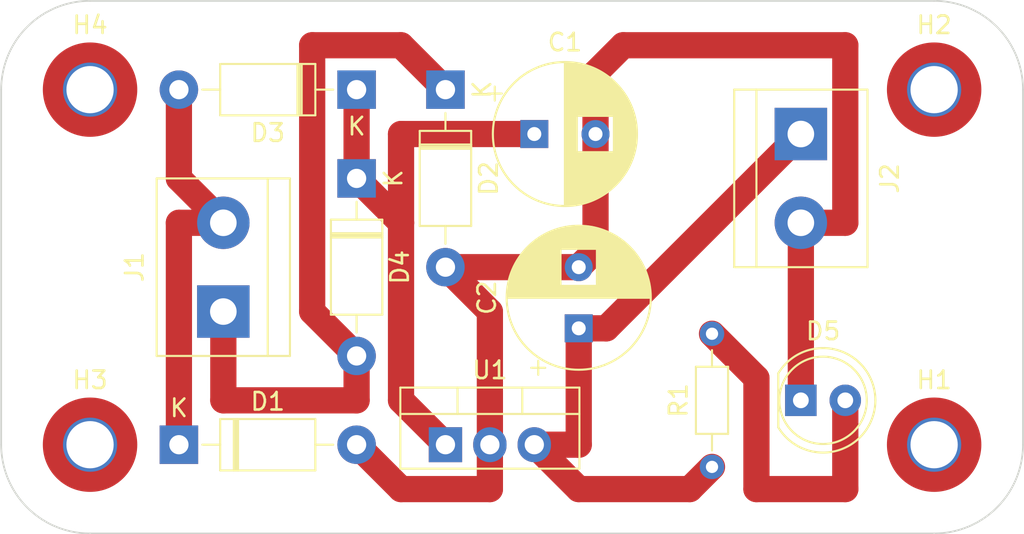
<source format=kicad_pcb>
(kicad_pcb (version 20221018) (generator pcbnew)
  (layers (0 "F.Cu" signal) (31 "B.Cu" signal) (34 "B.Paste" user) (35 "F.Paste" user) (36 "B.SilkS" user "B.Silkscreen") (37 "F.SilkS" user "F.Silkscreen") (38 "B.Mask" user) (39 "F.Mask" user) (44 "Edge.Cuts" user))
  (net 0 "")
  (net 1 "Net-(D3-K)")
  (net 2 "Net-(D1-A)")
  (net 3 "Net-(J2-Pin_1)")
  (net 4 "Net-(D1-K)")
  (net 5 "Net-(D2-K)")
  (net 6 "Net-(D5-A)")
  (footprint "Resistor_THT:R_Axial_DIN0204_L3.6mm_D1.6mm_P7.62mm_Horizontal" (layer "F.Cu") (at 139.7 102.87 90)
    (fp_text reference "R1" (at 3.81 -1.92 90) (layer "F.SilkS"))
    (fp_text value "1k")
    (fp_line (start 0.94 0) (end 1.89 0) (stroke (width 0.12)) (layer "F.SilkS"))
    (fp_line (start 1.89 -0.92) (end 1.89 0.92) (stroke (width 0.12)) (layer "F.SilkS"))
    (fp_line (start 1.89 0.92) (end 5.73 0.92) (stroke (width 0.12)) (layer "F.SilkS"))
    (fp_line (start 5.73 -0.92) (end 1.89 -0.92) (stroke (width 0.12)) (layer "F.SilkS"))
    (fp_line (start 5.73 0.92) (end 5.73 -0.92) (stroke (width 0.12)) (layer "F.SilkS"))
    (fp_line (start 6.68 0) (end 5.73 0) (stroke (width 0.12)) (layer "F.SilkS"))
    (pad "1" thru_hole circle (at 0 0 90) (size 1.4 1.4) (drill 0.7) (layers "*.Cu" "*.Mask") (net 3 "Net-(J2-Pin_1)"))
    (pad "2" thru_hole oval (at 7.62 0 90) (size 1.4 1.4) (drill 0.7) (layers "*.Cu" "*.Mask") (net 6 "Net-(D5-A)"))
  )
  (footprint "Capacitor_THT:CP_Radial_D8.0mm_P3.50mm" (layer "F.Cu") (at 129.54 83.82)
    (fp_text reference "C1" (at 1.75 -5.25) (layer "F.SilkS"))
    (fp_text value "470 uf 25 v")
    (fp_line (start -2.659698 -2.315) (end -1.859698 -2.315) (stroke (width 0.12)) (layer "F.SilkS"))
    (fp_line (start -2.259698 -2.715) (end -2.259698 -1.915) (stroke (width 0.12)) (layer "F.SilkS"))
    (fp_line (start 1.75 -4.08) (end 1.75 4.08) (stroke (width 0.12)) (layer "F.SilkS"))
    (fp_line (start 1.79 -4.08) (end 1.79 4.08) (stroke (width 0.12)) (layer "F.SilkS"))
    (fp_line (start 1.83 -4.08) (end 1.83 4.08) (stroke (width 0.12)) (layer "F.SilkS"))
    (fp_line (start 1.87 -4.079) (end 1.87 4.079) (stroke (width 0.12)) (layer "F.SilkS"))
    (fp_line (start 1.91 -4.077) (end 1.91 4.077) (stroke (width 0.12)) (layer "F.SilkS"))
    (fp_line (start 1.95 -4.076) (end 1.95 4.076) (stroke (width 0.12)) (layer "F.SilkS"))
    (fp_line (start 1.99 -4.074) (end 1.99 4.074) (stroke (width 0.12)) (layer "F.SilkS"))
    (fp_line (start 2.03 -4.071) (end 2.03 4.071) (stroke (width 0.12)) (layer "F.SilkS"))
    (fp_line (start 2.07 -4.068) (end 2.07 4.068) (stroke (width 0.12)) (layer "F.SilkS"))
    (fp_line (start 2.11 -4.065) (end 2.11 4.065) (stroke (width 0.12)) (layer "F.SilkS"))
    (fp_line (start 2.15 -4.061) (end 2.15 4.061) (stroke (width 0.12)) (layer "F.SilkS"))
    (fp_line (start 2.19 -4.057) (end 2.19 4.057) (stroke (width 0.12)) (layer "F.SilkS"))
    (fp_line (start 2.23 -4.052) (end 2.23 4.052) (stroke (width 0.12)) (layer "F.SilkS"))
    (fp_line (start 2.27 -4.048) (end 2.27 4.048) (stroke (width 0.12)) (layer "F.SilkS"))
    (fp_line (start 2.31 -4.042) (end 2.31 4.042) (stroke (width 0.12)) (layer "F.SilkS"))
    (fp_line (start 2.35 -4.037) (end 2.35 4.037) (stroke (width 0.12)) (layer "F.SilkS"))
    (fp_line (start 2.39 -4.03) (end 2.39 4.03) (stroke (width 0.12)) (layer "F.SilkS"))
    (fp_line (start 2.43 -4.024) (end 2.43 4.024) (stroke (width 0.12)) (layer "F.SilkS"))
    (fp_line (start 2.471 -4.017) (end 2.471 -1.04) (stroke (width 0.12)) (layer "F.SilkS"))
    (fp_line (start 2.471 1.04) (end 2.471 4.017) (stroke (width 0.12)) (layer "F.SilkS"))
    (fp_line (start 2.511 -4.01) (end 2.511 -1.04) (stroke (width 0.12)) (layer "F.SilkS"))
    (fp_line (start 2.511 1.04) (end 2.511 4.01) (stroke (width 0.12)) (layer "F.SilkS"))
    (fp_line (start 2.551 -4.002) (end 2.551 -1.04) (stroke (width 0.12)) (layer "F.SilkS"))
    (fp_line (start 2.551 1.04) (end 2.551 4.002) (stroke (width 0.12)) (layer "F.SilkS"))
    (fp_line (start 2.591 -3.994) (end 2.591 -1.04) (stroke (width 0.12)) (layer "F.SilkS"))
    (fp_line (start 2.591 1.04) (end 2.591 3.994) (stroke (width 0.12)) (layer "F.SilkS"))
    (fp_line (start 2.631 -3.985) (end 2.631 -1.04) (stroke (width 0.12)) (layer "F.SilkS"))
    (fp_line (start 2.631 1.04) (end 2.631 3.985) (stroke (width 0.12)) (layer "F.SilkS"))
    (fp_line (start 2.671 -3.976) (end 2.671 -1.04) (stroke (width 0.12)) (layer "F.SilkS"))
    (fp_line (start 2.671 1.04) (end 2.671 3.976) (stroke (width 0.12)) (layer "F.SilkS"))
    (fp_line (start 2.711 -3.967) (end 2.711 -1.04) (stroke (width 0.12)) (layer "F.SilkS"))
    (fp_line (start 2.711 1.04) (end 2.711 3.967) (stroke (width 0.12)) (layer "F.SilkS"))
    (fp_line (start 2.751 -3.957) (end 2.751 -1.04) (stroke (width 0.12)) (layer "F.SilkS"))
    (fp_line (start 2.751 1.04) (end 2.751 3.957) (stroke (width 0.12)) (layer "F.SilkS"))
    (fp_line (start 2.791 -3.947) (end 2.791 -1.04) (stroke (width 0.12)) (layer "F.SilkS"))
    (fp_line (start 2.791 1.04) (end 2.791 3.947) (stroke (width 0.12)) (layer "F.SilkS"))
    (fp_line (start 2.831 -3.936) (end 2.831 -1.04) (stroke (width 0.12)) (layer "F.SilkS"))
    (fp_line (start 2.831 1.04) (end 2.831 3.936) (stroke (width 0.12)) (layer "F.SilkS"))
    (fp_line (start 2.871 -3.925) (end 2.871 -1.04) (stroke (width 0.12)) (layer "F.SilkS"))
    (fp_line (start 2.871 1.04) (end 2.871 3.925) (stroke (width 0.12)) (layer "F.SilkS"))
    (fp_line (start 2.911 -3.914) (end 2.911 -1.04) (stroke (width 0.12)) (layer "F.SilkS"))
    (fp_line (start 2.911 1.04) (end 2.911 3.914) (stroke (width 0.12)) (layer "F.SilkS"))
    (fp_line (start 2.951 -3.902) (end 2.951 -1.04) (stroke (width 0.12)) (layer "F.SilkS"))
    (fp_line (start 2.951 1.04) (end 2.951 3.902) (stroke (width 0.12)) (layer "F.SilkS"))
    (fp_line (start 2.991 -3.889) (end 2.991 -1.04) (stroke (width 0.12)) (layer "F.SilkS"))
    (fp_line (start 2.991 1.04) (end 2.991 3.889) (stroke (width 0.12)) (layer "F.SilkS"))
    (fp_line (start 3.031 -3.877) (end 3.031 -1.04) (stroke (width 0.12)) (layer "F.SilkS"))
    (fp_line (start 3.031 1.04) (end 3.031 3.877) (stroke (width 0.12)) (layer "F.SilkS"))
    (fp_line (start 3.071 -3.863) (end 3.071 -1.04) (stroke (width 0.12)) (layer "F.SilkS"))
    (fp_line (start 3.071 1.04) (end 3.071 3.863) (stroke (width 0.12)) (layer "F.SilkS"))
    (fp_line (start 3.111 -3.85) (end 3.111 -1.04) (stroke (width 0.12)) (layer "F.SilkS"))
    (fp_line (start 3.111 1.04) (end 3.111 3.85) (stroke (width 0.12)) (layer "F.SilkS"))
    (fp_line (start 3.151 -3.835) (end 3.151 -1.04) (stroke (width 0.12)) (layer "F.SilkS"))
    (fp_line (start 3.151 1.04) (end 3.151 3.835) (stroke (width 0.12)) (layer "F.SilkS"))
    (fp_line (start 3.191 -3.821) (end 3.191 -1.04) (stroke (width 0.12)) (layer "F.SilkS"))
    (fp_line (start 3.191 1.04) (end 3.191 3.821) (stroke (width 0.12)) (layer "F.SilkS"))
    (fp_line (start 3.231 -3.805) (end 3.231 -1.04) (stroke (width 0.12)) (layer "F.SilkS"))
    (fp_line (start 3.231 1.04) (end 3.231 3.805) (stroke (width 0.12)) (layer "F.SilkS"))
    (fp_line (start 3.271 -3.79) (end 3.271 -1.04) (stroke (width 0.12)) (layer "F.SilkS"))
    (fp_line (start 3.271 1.04) (end 3.271 3.79) (stroke (width 0.12)) (layer "F.SilkS"))
    (fp_line (start 3.311 -3.774) (end 3.311 -1.04) (stroke (width 0.12)) (layer "F.SilkS"))
    (fp_line (start 3.311 1.04) (end 3.311 3.774) (stroke (width 0.12)) (layer "F.SilkS"))
    (fp_line (start 3.351 -3.757) (end 3.351 -1.04) (stroke (width 0.12)) (layer "F.SilkS"))
    (fp_line (start 3.351 1.04) (end 3.351 3.757) (stroke (width 0.12)) (layer "F.SilkS"))
    (fp_line (start 3.391 -3.74) (end 3.391 -1.04) (stroke (width 0.12)) (layer "F.SilkS"))
    (fp_line (start 3.391 1.04) (end 3.391 3.74) (stroke (width 0.12)) (layer "F.SilkS"))
    (fp_line (start 3.431 -3.722) (end 3.431 -1.04) (stroke (width 0.12)) (layer "F.SilkS"))
    (fp_line (start 3.431 1.04) (end 3.431 3.722) (stroke (width 0.12)) (layer "F.SilkS"))
    (fp_line (start 3.471 -3.704) (end 3.471 -1.04) (stroke (width 0.12)) (layer "F.SilkS"))
    (fp_line (start 3.471 1.04) (end 3.471 3.704) (stroke (width 0.12)) (layer "F.SilkS"))
    (fp_line (start 3.511 -3.686) (end 3.511 -1.04) (stroke (width 0.12)) (layer "F.SilkS"))
    (fp_line (start 3.511 1.04) (end 3.511 3.686) (stroke (width 0.12)) (layer "F.SilkS"))
    (fp_line (start 3.551 -3.666) (end 3.551 -1.04) (stroke (width 0.12)) (layer "F.SilkS"))
    (fp_line (start 3.551 1.04) (end 3.551 3.666) (stroke (width 0.12)) (layer "F.SilkS"))
    (fp_line (start 3.591 -3.647) (end 3.591 -1.04) (stroke (width 0.12)) (layer "F.SilkS"))
    (fp_line (start 3.591 1.04) (end 3.591 3.647) (stroke (width 0.12)) (layer "F.SilkS"))
    (fp_line (start 3.631 -3.627) (end 3.631 -1.04) (stroke (width 0.12)) (layer "F.SilkS"))
    (fp_line (start 3.631 1.04) (end 3.631 3.627) (stroke (width 0.12)) (layer "F.SilkS"))
    (fp_line (start 3.671 -3.606) (end 3.671 -1.04) (stroke (width 0.12)) (layer "F.SilkS"))
    (fp_line (start 3.671 1.04) (end 3.671 3.606) (stroke (width 0.12)) (layer "F.SilkS"))
    (fp_line (start 3.711 -3.584) (end 3.711 -1.04) (stroke (width 0.12)) (layer "F.SilkS"))
    (fp_line (start 3.711 1.04) (end 3.711 3.584) (stroke (width 0.12)) (layer "F.SilkS"))
    (fp_line (start 3.751 -3.562) (end 3.751 -1.04) (stroke (width 0.12)) (layer "F.SilkS"))
    (fp_line (start 3.751 1.04) (end 3.751 3.562) (stroke (width 0.12)) (layer "F.SilkS"))
    (fp_line (start 3.791 -3.54) (end 3.791 -1.04) (stroke (width 0.12)) (layer "F.SilkS"))
    (fp_line (start 3.791 1.04) (end 3.791 3.54) (stroke (width 0.12)) (layer "F.SilkS"))
    (fp_line (start 3.831 -3.517) (end 3.831 -1.04) (stroke (width 0.12)) (layer "F.SilkS"))
    (fp_line (start 3.831 1.04) (end 3.831 3.517) (stroke (width 0.12)) (layer "F.SilkS"))
    (fp_line (start 3.871 -3.493) (end 3.871 -1.04) (stroke (width 0.12)) (layer "F.SilkS"))
    (fp_line (start 3.871 1.04) (end 3.871 3.493) (stroke (width 0.12)) (layer "F.SilkS"))
    (fp_line (start 3.911 -3.469) (end 3.911 -1.04) (stroke (width 0.12)) (layer "F.SilkS"))
    (fp_line (start 3.911 1.04) (end 3.911 3.469) (stroke (width 0.12)) (layer "F.SilkS"))
    (fp_line (start 3.951 -3.444) (end 3.951 -1.04) (stroke (width 0.12)) (layer "F.SilkS"))
    (fp_line (start 3.951 1.04) (end 3.951 3.444) (stroke (width 0.12)) (layer "F.SilkS"))
    (fp_line (start 3.991 -3.418) (end 3.991 -1.04) (stroke (width 0.12)) (layer "F.SilkS"))
    (fp_line (start 3.991 1.04) (end 3.991 3.418) (stroke (width 0.12)) (layer "F.SilkS"))
    (fp_line (start 4.031 -3.392) (end 4.031 -1.04) (stroke (width 0.12)) (layer "F.SilkS"))
    (fp_line (start 4.031 1.04) (end 4.031 3.392) (stroke (width 0.12)) (layer "F.SilkS"))
    (fp_line (start 4.071 -3.365) (end 4.071 -1.04) (stroke (width 0.12)) (layer "F.SilkS"))
    (fp_line (start 4.071 1.04) (end 4.071 3.365) (stroke (width 0.12)) (layer "F.SilkS"))
    (fp_line (start 4.111 -3.338) (end 4.111 -1.04) (stroke (width 0.12)) (layer "F.SilkS"))
    (fp_line (start 4.111 1.04) (end 4.111 3.338) (stroke (width 0.12)) (layer "F.SilkS"))
    (fp_line (start 4.151 -3.309) (end 4.151 -1.04) (stroke (width 0.12)) (layer "F.SilkS"))
    (fp_line (start 4.151 1.04) (end 4.151 3.309) (stroke (width 0.12)) (layer "F.SilkS"))
    (fp_line (start 4.191 -3.28) (end 4.191 -1.04) (stroke (width 0.12)) (layer "F.SilkS"))
    (fp_line (start 4.191 1.04) (end 4.191 3.28) (stroke (width 0.12)) (layer "F.SilkS"))
    (fp_line (start 4.231 -3.25) (end 4.231 -1.04) (stroke (width 0.12)) (layer "F.SilkS"))
    (fp_line (start 4.231 1.04) (end 4.231 3.25) (stroke (width 0.12)) (layer "F.SilkS"))
    (fp_line (start 4.271 -3.22) (end 4.271 -1.04) (stroke (width 0.12)) (layer "F.SilkS"))
    (fp_line (start 4.271 1.04) (end 4.271 3.22) (stroke (width 0.12)) (layer "F.SilkS"))
    (fp_line (start 4.311 -3.189) (end 4.311 -1.04) (stroke (width 0.12)) (layer "F.SilkS"))
    (fp_line (start 4.311 1.04) (end 4.311 3.189) (stroke (width 0.12)) (layer "F.SilkS"))
    (fp_line (start 4.351 -3.156) (end 4.351 -1.04) (stroke (width 0.12)) (layer "F.SilkS"))
    (fp_line (start 4.351 1.04) (end 4.351 3.156) (stroke (width 0.12)) (layer "F.SilkS"))
    (fp_line (start 4.391 -3.124) (end 4.391 -1.04) (stroke (width 0.12)) (layer "F.SilkS"))
    (fp_line (start 4.391 1.04) (end 4.391 3.124) (stroke (width 0.12)) (layer "F.SilkS"))
    (fp_line (start 4.431 -3.09) (end 4.431 -1.04) (stroke (width 0.12)) (layer "F.SilkS"))
    (fp_line (start 4.431 1.04) (end 4.431 3.09) (stroke (width 0.12)) (layer "F.SilkS"))
    (fp_line (start 4.471 -3.055) (end 4.471 -1.04) (stroke (width 0.12)) (layer "F.SilkS"))
    (fp_line (start 4.471 1.04) (end 4.471 3.055) (stroke (width 0.12)) (layer "F.SilkS"))
    (fp_line (start 4.511 -3.019) (end 4.511 -1.04) (stroke (width 0.12)) (layer "F.SilkS"))
    (fp_line (start 4.511 1.04) (end 4.511 3.019) (stroke (width 0.12)) (layer "F.SilkS"))
    (fp_line (start 4.551 -2.983) (end 4.551 2.983) (stroke (width 0.12)) (layer "F.SilkS"))
    (fp_line (start 4.591 -2.945) (end 4.591 2.945) (stroke (width 0.12)) (layer "F.SilkS"))
    (fp_line (start 4.631 -2.907) (end 4.631 2.907) (stroke (width 0.12)) (layer "F.SilkS"))
    (fp_line (start 4.671 -2.867) (end 4.671 2.867) (stroke (width 0.12)) (layer "F.SilkS"))
    (fp_line (start 4.711 -2.826) (end 4.711 2.826) (stroke (width 0.12)) (layer "F.SilkS"))
    (fp_line (start 4.751 -2.784) (end 4.751 2.784) (stroke (width 0.12)) (layer "F.SilkS"))
    (fp_line (start 4.791 -2.741) (end 4.791 2.741) (stroke (width 0.12)) (layer "F.SilkS"))
    (fp_line (start 4.831 -2.697) (end 4.831 2.697) (stroke (width 0.12)) (layer "F.SilkS"))
    (fp_line (start 4.871 -2.651) (end 4.871 2.651) (stroke (width 0.12)) (layer "F.SilkS"))
    (fp_line (start 4.911 -2.604) (end 4.911 2.604) (stroke (width 0.12)) (layer "F.SilkS"))
    (fp_line (start 4.951 -2.556) (end 4.951 2.556) (stroke (width 0.12)) (layer "F.SilkS"))
    (fp_line (start 4.991 -2.505) (end 4.991 2.505) (stroke (width 0.12)) (layer "F.SilkS"))
    (fp_line (start 5.031 -2.454) (end 5.031 2.454) (stroke (width 0.12)) (layer "F.SilkS"))
    (fp_line (start 5.071 -2.4) (end 5.071 2.4) (stroke (width 0.12)) (layer "F.SilkS"))
    (fp_line (start 5.111 -2.345) (end 5.111 2.345) (stroke (width 0.12)) (layer "F.SilkS"))
    (fp_line (start 5.151 -2.287) (end 5.151 2.287) (stroke (width 0.12)) (layer "F.SilkS"))
    (fp_line (start 5.191 -2.228) (end 5.191 2.228) (stroke (width 0.12)) (layer "F.SilkS"))
    (fp_line (start 5.231 -2.166) (end 5.231 2.166) (stroke (width 0.12)) (layer "F.SilkS"))
    (fp_line (start 5.271 -2.102) (end 5.271 2.102) (stroke (width 0.12)) (layer "F.SilkS"))
    (fp_line (start 5.311 -2.034) (end 5.311 2.034) (stroke (width 0.12)) (layer "F.SilkS"))
    (fp_line (start 5.351 -1.964) (end 5.351 1.964) (stroke (width 0.12)) (layer "F.SilkS"))
    (fp_line (start 5.391 -1.89) (end 5.391 1.89) (stroke (width 0.12)) (layer "F.SilkS"))
    (fp_line (start 5.431 -1.813) (end 5.431 1.813) (stroke (width 0.12)) (layer "F.SilkS"))
    (fp_line (start 5.471 -1.731) (end 5.471 1.731) (stroke (width 0.12)) (layer "F.SilkS"))
    (fp_line (start 5.511 -1.645) (end 5.511 1.645) (stroke (width 0.12)) (layer "F.SilkS"))
    (fp_line (start 5.551 -1.552) (end 5.551 1.552) (stroke (width 0.12)) (layer "F.SilkS"))
    (fp_line (start 5.591 -1.453) (end 5.591 1.453) (stroke (width 0.12)) (layer "F.SilkS"))
    (fp_line (start 5.631 -1.346) (end 5.631 1.346) (stroke (width 0.12)) (layer "F.SilkS"))
    (fp_line (start 5.671 -1.229) (end 5.671 1.229) (stroke (width 0.12)) (layer "F.SilkS"))
    (fp_line (start 5.711 -1.098) (end 5.711 1.098) (stroke (width 0.12)) (layer "F.SilkS"))
    (fp_line (start 5.751 -0.948) (end 5.751 0.948) (stroke (width 0.12)) (layer "F.SilkS"))
    (fp_line (start 5.791 -0.768) (end 5.791 0.768) (stroke (width 0.12)) (layer "F.SilkS"))
    (fp_line (start 5.831 -0.533) (end 5.831 0.533) (stroke (width 0.12)) (layer "F.SilkS"))
    (fp_circle (center 1.75 0) (end 5.87 0) (stroke (width 0.12)) (fill none) (layer "F.SilkS"))
    (pad "1" thru_hole rect (at 0 0) (size 1.6 1.6) (drill 0.8) (layers "*.Cu" "*.Mask") (net 1 "Net-(D3-K)"))
    (pad "2" thru_hole circle (at 3.5 0) (size 1.6 1.6) (drill 0.8) (layers "*.Cu" "*.Mask") (net 2 "Net-(D1-A)"))
  )
  (footprint "MountingHole:MountingHole_2.7mm_M2.5_Pad_TopOnly" (layer "F.Cu") (at 152.4 101.6)
    (fp_text reference "H1" (at 0 -3.7) (layer "F.SilkS"))
    (fp_text value "MountingHole")
    (pad "1" thru_hole circle (at 0 0) (size 3.1 3.1) (drill 2.7) (layers "*.Cu" "*.Mask"))
    (pad "1" connect circle (at 0 0) (size 5.4 5.4) (layers "F.Cu" "F.Mask"))
  )
  (footprint "Capacitor_THT:CP_Radial_D8.0mm_P3.50mm" (layer "F.Cu") (at 132.08 94.94 90)
    (fp_text reference "C2" (at 1.75 -5.25 90) (layer "F.SilkS"))
    (fp_text value "100 uf")
    (fp_line (start -2.659698 -2.315) (end -1.859698 -2.315) (stroke (width 0.12)) (layer "F.SilkS"))
    (fp_line (start -2.259698 -2.715) (end -2.259698 -1.915) (stroke (width 0.12)) (layer "F.SilkS"))
    (fp_line (start 1.75 -4.08) (end 1.75 4.08) (stroke (width 0.12)) (layer "F.SilkS"))
    (fp_line (start 1.79 -4.08) (end 1.79 4.08) (stroke (width 0.12)) (layer "F.SilkS"))
    (fp_line (start 1.83 -4.08) (end 1.83 4.08) (stroke (width 0.12)) (layer "F.SilkS"))
    (fp_line (start 1.87 -4.079) (end 1.87 4.079) (stroke (width 0.12)) (layer "F.SilkS"))
    (fp_line (start 1.91 -4.077) (end 1.91 4.077) (stroke (width 0.12)) (layer "F.SilkS"))
    (fp_line (start 1.95 -4.076) (end 1.95 4.076) (stroke (width 0.12)) (layer "F.SilkS"))
    (fp_line (start 1.99 -4.074) (end 1.99 4.074) (stroke (width 0.12)) (layer "F.SilkS"))
    (fp_line (start 2.03 -4.071) (end 2.03 4.071) (stroke (width 0.12)) (layer "F.SilkS"))
    (fp_line (start 2.07 -4.068) (end 2.07 4.068) (stroke (width 0.12)) (layer "F.SilkS"))
    (fp_line (start 2.11 -4.065) (end 2.11 4.065) (stroke (width 0.12)) (layer "F.SilkS"))
    (fp_line (start 2.15 -4.061) (end 2.15 4.061) (stroke (width 0.12)) (layer "F.SilkS"))
    (fp_line (start 2.19 -4.057) (end 2.19 4.057) (stroke (width 0.12)) (layer "F.SilkS"))
    (fp_line (start 2.23 -4.052) (end 2.23 4.052) (stroke (width 0.12)) (layer "F.SilkS"))
    (fp_line (start 2.27 -4.048) (end 2.27 4.048) (stroke (width 0.12)) (layer "F.SilkS"))
    (fp_line (start 2.31 -4.042) (end 2.31 4.042) (stroke (width 0.12)) (layer "F.SilkS"))
    (fp_line (start 2.35 -4.037) (end 2.35 4.037) (stroke (width 0.12)) (layer "F.SilkS"))
    (fp_line (start 2.39 -4.03) (end 2.39 4.03) (stroke (width 0.12)) (layer "F.SilkS"))
    (fp_line (start 2.43 -4.024) (end 2.43 4.024) (stroke (width 0.12)) (layer "F.SilkS"))
    (fp_line (start 2.471 -4.017) (end 2.471 -1.04) (stroke (width 0.12)) (layer "F.SilkS"))
    (fp_line (start 2.471 1.04) (end 2.471 4.017) (stroke (width 0.12)) (layer "F.SilkS"))
    (fp_line (start 2.511 -4.01) (end 2.511 -1.04) (stroke (width 0.12)) (layer "F.SilkS"))
    (fp_line (start 2.511 1.04) (end 2.511 4.01) (stroke (width 0.12)) (layer "F.SilkS"))
    (fp_line (start 2.551 -4.002) (end 2.551 -1.04) (stroke (width 0.12)) (layer "F.SilkS"))
    (fp_line (start 2.551 1.04) (end 2.551 4.002) (stroke (width 0.12)) (layer "F.SilkS"))
    (fp_line (start 2.591 -3.994) (end 2.591 -1.04) (stroke (width 0.12)) (layer "F.SilkS"))
    (fp_line (start 2.591 1.04) (end 2.591 3.994) (stroke (width 0.12)) (layer "F.SilkS"))
    (fp_line (start 2.631 -3.985) (end 2.631 -1.04) (stroke (width 0.12)) (layer "F.SilkS"))
    (fp_line (start 2.631 1.04) (end 2.631 3.985) (stroke (width 0.12)) (layer "F.SilkS"))
    (fp_line (start 2.671 -3.976) (end 2.671 -1.04) (stroke (width 0.12)) (layer "F.SilkS"))
    (fp_line (start 2.671 1.04) (end 2.671 3.976) (stroke (width 0.12)) (layer "F.SilkS"))
    (fp_line (start 2.711 -3.967) (end 2.711 -1.04) (stroke (width 0.12)) (layer "F.SilkS"))
    (fp_line (start 2.711 1.04) (end 2.711 3.967) (stroke (width 0.12)) (layer "F.SilkS"))
    (fp_line (start 2.751 -3.957) (end 2.751 -1.04) (stroke (width 0.12)) (layer "F.SilkS"))
    (fp_line (start 2.751 1.04) (end 2.751 3.957) (stroke (width 0.12)) (layer "F.SilkS"))
    (fp_line (start 2.791 -3.947) (end 2.791 -1.04) (stroke (width 0.12)) (layer "F.SilkS"))
    (fp_line (start 2.791 1.04) (end 2.791 3.947) (stroke (width 0.12)) (layer "F.SilkS"))
    (fp_line (start 2.831 -3.936) (end 2.831 -1.04) (stroke (width 0.12)) (layer "F.SilkS"))
    (fp_line (start 2.831 1.04) (end 2.831 3.936) (stroke (width 0.12)) (layer "F.SilkS"))
    (fp_line (start 2.871 -3.925) (end 2.871 -1.04) (stroke (width 0.12)) (layer "F.SilkS"))
    (fp_line (start 2.871 1.04) (end 2.871 3.925) (stroke (width 0.12)) (layer "F.SilkS"))
    (fp_line (start 2.911 -3.914) (end 2.911 -1.04) (stroke (width 0.12)) (layer "F.SilkS"))
    (fp_line (start 2.911 1.04) (end 2.911 3.914) (stroke (width 0.12)) (layer "F.SilkS"))
    (fp_line (start 2.951 -3.902) (end 2.951 -1.04) (stroke (width 0.12)) (layer "F.SilkS"))
    (fp_line (start 2.951 1.04) (end 2.951 3.902) (stroke (width 0.12)) (layer "F.SilkS"))
    (fp_line (start 2.991 -3.889) (end 2.991 -1.04) (stroke (width 0.12)) (layer "F.SilkS"))
    (fp_line (start 2.991 1.04) (end 2.991 3.889) (stroke (width 0.12)) (layer "F.SilkS"))
    (fp_line (start 3.031 -3.877) (end 3.031 -1.04) (stroke (width 0.12)) (layer "F.SilkS"))
    (fp_line (start 3.031 1.04) (end 3.031 3.877) (stroke (width 0.12)) (layer "F.SilkS"))
    (fp_line (start 3.071 -3.863) (end 3.071 -1.04) (stroke (width 0.12)) (layer "F.SilkS"))
    (fp_line (start 3.071 1.04) (end 3.071 3.863) (stroke (width 0.12)) (layer "F.SilkS"))
    (fp_line (start 3.111 -3.85) (end 3.111 -1.04) (stroke (width 0.12)) (layer "F.SilkS"))
    (fp_line (start 3.111 1.04) (end 3.111 3.85) (stroke (width 0.12)) (layer "F.SilkS"))
    (fp_line (start 3.151 -3.835) (end 3.151 -1.04) (stroke (width 0.12)) (layer "F.SilkS"))
    (fp_line (start 3.151 1.04) (end 3.151 3.835) (stroke (width 0.12)) (layer "F.SilkS"))
    (fp_line (start 3.191 -3.821) (end 3.191 -1.04) (stroke (width 0.12)) (layer "F.SilkS"))
    (fp_line (start 3.191 1.04) (end 3.191 3.821) (stroke (width 0.12)) (layer "F.SilkS"))
    (fp_line (start 3.231 -3.805) (end 3.231 -1.04) (stroke (width 0.12)) (layer "F.SilkS"))
    (fp_line (start 3.231 1.04) (end 3.231 3.805) (stroke (width 0.12)) (layer "F.SilkS"))
    (fp_line (start 3.271 -3.79) (end 3.271 -1.04) (stroke (width 0.12)) (layer "F.SilkS"))
    (fp_line (start 3.271 1.04) (end 3.271 3.79) (stroke (width 0.12)) (layer "F.SilkS"))
    (fp_line (start 3.311 -3.774) (end 3.311 -1.04) (stroke (width 0.12)) (layer "F.SilkS"))
    (fp_line (start 3.311 1.04) (end 3.311 3.774) (stroke (width 0.12)) (layer "F.SilkS"))
    (fp_line (start 3.351 -3.757) (end 3.351 -1.04) (stroke (width 0.12)) (layer "F.SilkS"))
    (fp_line (start 3.351 1.04) (end 3.351 3.757) (stroke (width 0.12)) (layer "F.SilkS"))
    (fp_line (start 3.391 -3.74) (end 3.391 -1.04) (stroke (width 0.12)) (layer "F.SilkS"))
    (fp_line (start 3.391 1.04) (end 3.391 3.74) (stroke (width 0.12)) (layer "F.SilkS"))
    (fp_line (start 3.431 -3.722) (end 3.431 -1.04) (stroke (width 0.12)) (layer "F.SilkS"))
    (fp_line (start 3.431 1.04) (end 3.431 3.722) (stroke (width 0.12)) (layer "F.SilkS"))
    (fp_line (start 3.471 -3.704) (end 3.471 -1.04) (stroke (width 0.12)) (layer "F.SilkS"))
    (fp_line (start 3.471 1.04) (end 3.471 3.704) (stroke (width 0.12)) (layer "F.SilkS"))
    (fp_line (start 3.511 -3.686) (end 3.511 -1.04) (stroke (width 0.12)) (layer "F.SilkS"))
    (fp_line (start 3.511 1.04) (end 3.511 3.686) (stroke (width 0.12)) (layer "F.SilkS"))
    (fp_line (start 3.551 -3.666) (end 3.551 -1.04) (stroke (width 0.12)) (layer "F.SilkS"))
    (fp_line (start 3.551 1.04) (end 3.551 3.666) (stroke (width 0.12)) (layer "F.SilkS"))
    (fp_line (start 3.591 -3.647) (end 3.591 -1.04) (stroke (width 0.12)) (layer "F.SilkS"))
    (fp_line (start 3.591 1.04) (end 3.591 3.647) (stroke (width 0.12)) (layer "F.SilkS"))
    (fp_line (start 3.631 -3.627) (end 3.631 -1.04) (stroke (width 0.12)) (layer "F.SilkS"))
    (fp_line (start 3.631 1.04) (end 3.631 3.627) (stroke (width 0.12)) (layer "F.SilkS"))
    (fp_line (start 3.671 -3.606) (end 3.671 -1.04) (stroke (width 0.12)) (layer "F.SilkS"))
    (fp_line (start 3.671 1.04) (end 3.671 3.606) (stroke (width 0.12)) (layer "F.SilkS"))
    (fp_line (start 3.711 -3.584) (end 3.711 -1.04) (stroke (width 0.12)) (layer "F.SilkS"))
    (fp_line (start 3.711 1.04) (end 3.711 3.584) (stroke (width 0.12)) (layer "F.SilkS"))
    (fp_line (start 3.751 -3.562) (end 3.751 -1.04) (stroke (width 0.12)) (layer "F.SilkS"))
    (fp_line (start 3.751 1.04) (end 3.751 3.562) (stroke (width 0.12)) (layer "F.SilkS"))
    (fp_line (start 3.791 -3.54) (end 3.791 -1.04) (stroke (width 0.12)) (layer "F.SilkS"))
    (fp_line (start 3.791 1.04) (end 3.791 3.54) (stroke (width 0.12)) (layer "F.SilkS"))
    (fp_line (start 3.831 -3.517) (end 3.831 -1.04) (stroke (width 0.12)) (layer "F.SilkS"))
    (fp_line (start 3.831 1.04) (end 3.831 3.517) (stroke (width 0.12)) (layer "F.SilkS"))
    (fp_line (start 3.871 -3.493) (end 3.871 -1.04) (stroke (width 0.12)) (layer "F.SilkS"))
    (fp_line (start 3.871 1.04) (end 3.871 3.493) (stroke (width 0.12)) (layer "F.SilkS"))
    (fp_line (start 3.911 -3.469) (end 3.911 -1.04) (stroke (width 0.12)) (layer "F.SilkS"))
    (fp_line (start 3.911 1.04) (end 3.911 3.469) (stroke (width 0.12)) (layer "F.SilkS"))
    (fp_line (start 3.951 -3.444) (end 3.951 -1.04) (stroke (width 0.12)) (layer "F.SilkS"))
    (fp_line (start 3.951 1.04) (end 3.951 3.444) (stroke (width 0.12)) (layer "F.SilkS"))
    (fp_line (start 3.991 -3.418) (end 3.991 -1.04) (stroke (width 0.12)) (layer "F.SilkS"))
    (fp_line (start 3.991 1.04) (end 3.991 3.418) (stroke (width 0.12)) (layer "F.SilkS"))
    (fp_line (start 4.031 -3.392) (end 4.031 -1.04) (stroke (width 0.12)) (layer "F.SilkS"))
    (fp_line (start 4.031 1.04) (end 4.031 3.392) (stroke (width 0.12)) (layer "F.SilkS"))
    (fp_line (start 4.071 -3.365) (end 4.071 -1.04) (stroke (width 0.12)) (layer "F.SilkS"))
    (fp_line (start 4.071 1.04) (end 4.071 3.365) (stroke (width 0.12)) (layer "F.SilkS"))
    (fp_line (start 4.111 -3.338) (end 4.111 -1.04) (stroke (width 0.12)) (layer "F.SilkS"))
    (fp_line (start 4.111 1.04) (end 4.111 3.338) (stroke (width 0.12)) (layer "F.SilkS"))
    (fp_line (start 4.151 -3.309) (end 4.151 -1.04) (stroke (width 0.12)) (layer "F.SilkS"))
    (fp_line (start 4.151 1.04) (end 4.151 3.309) (stroke (width 0.12)) (layer "F.SilkS"))
    (fp_line (start 4.191 -3.28) (end 4.191 -1.04) (stroke (width 0.12)) (layer "F.SilkS"))
    (fp_line (start 4.191 1.04) (end 4.191 3.28) (stroke (width 0.12)) (layer "F.SilkS"))
    (fp_line (start 4.231 -3.25) (end 4.231 -1.04) (stroke (width 0.12)) (layer "F.SilkS"))
    (fp_line (start 4.231 1.04) (end 4.231 3.25) (stroke (width 0.12)) (layer "F.SilkS"))
    (fp_line (start 4.271 -3.22) (end 4.271 -1.04) (stroke (width 0.12)) (layer "F.SilkS"))
    (fp_line (start 4.271 1.04) (end 4.271 3.22) (stroke (width 0.12)) (layer "F.SilkS"))
    (fp_line (start 4.311 -3.189) (end 4.311 -1.04) (stroke (width 0.12)) (layer "F.SilkS"))
    (fp_line (start 4.311 1.04) (end 4.311 3.189) (stroke (width 0.12)) (layer "F.SilkS"))
    (fp_line (start 4.351 -3.156) (end 4.351 -1.04) (stroke (width 0.12)) (layer "F.SilkS"))
    (fp_line (start 4.351 1.04) (end 4.351 3.156) (stroke (width 0.12)) (layer "F.SilkS"))
    (fp_line (start 4.391 -3.124) (end 4.391 -1.04) (stroke (width 0.12)) (layer "F.SilkS"))
    (fp_line (start 4.391 1.04) (end 4.391 3.124) (stroke (width 0.12)) (layer "F.SilkS"))
    (fp_line (start 4.431 -3.09) (end 4.431 -1.04) (stroke (width 0.12)) (layer "F.SilkS"))
    (fp_line (start 4.431 1.04) (end 4.431 3.09) (stroke (width 0.12)) (layer "F.SilkS"))
    (fp_line (start 4.471 -3.055) (end 4.471 -1.04) (stroke (width 0.12)) (layer "F.SilkS"))
    (fp_line (start 4.471 1.04) (end 4.471 3.055) (stroke (width 0.12)) (layer "F.SilkS"))
    (fp_line (start 4.511 -3.019) (end 4.511 -1.04) (stroke (width 0.12)) (layer "F.SilkS"))
    (fp_line (start 4.511 1.04) (end 4.511 3.019) (stroke (width 0.12)) (layer "F.SilkS"))
    (fp_line (start 4.551 -2.983) (end 4.551 2.983) (stroke (width 0.12)) (layer "F.SilkS"))
    (fp_line (start 4.591 -2.945) (end 4.591 2.945) (stroke (width 0.12)) (layer "F.SilkS"))
    (fp_line (start 4.631 -2.907) (end 4.631 2.907) (stroke (width 0.12)) (layer "F.SilkS"))
    (fp_line (start 4.671 -2.867) (end 4.671 2.867) (stroke (width 0.12)) (layer "F.SilkS"))
    (fp_line (start 4.711 -2.826) (end 4.711 2.826) (stroke (width 0.12)) (layer "F.SilkS"))
    (fp_line (start 4.751 -2.784) (end 4.751 2.784) (stroke (width 0.12)) (layer "F.SilkS"))
    (fp_line (start 4.791 -2.741) (end 4.791 2.741) (stroke (width 0.12)) (layer "F.SilkS"))
    (fp_line (start 4.831 -2.697) (end 4.831 2.697) (stroke (width 0.12)) (layer "F.SilkS"))
    (fp_line (start 4.871 -2.651) (end 4.871 2.651) (stroke (width 0.12)) (layer "F.SilkS"))
    (fp_line (start 4.911 -2.604) (end 4.911 2.604) (stroke (width 0.12)) (layer "F.SilkS"))
    (fp_line (start 4.951 -2.556) (end 4.951 2.556) (stroke (width 0.12)) (layer "F.SilkS"))
    (fp_line (start 4.991 -2.505) (end 4.991 2.505) (stroke (width 0.12)) (layer "F.SilkS"))
    (fp_line (start 5.031 -2.454) (end 5.031 2.454) (stroke (width 0.12)) (layer "F.SilkS"))
    (fp_line (start 5.071 -2.4) (end 5.071 2.4) (stroke (width 0.12)) (layer "F.SilkS"))
    (fp_line (start 5.111 -2.345) (end 5.111 2.345) (stroke (width 0.12)) (layer "F.SilkS"))
    (fp_line (start 5.151 -2.287) (end 5.151 2.287) (stroke (width 0.12)) (layer "F.SilkS"))
    (fp_line (start 5.191 -2.228) (end 5.191 2.228) (stroke (width 0.12)) (layer "F.SilkS"))
    (fp_line (start 5.231 -2.166) (end 5.231 2.166) (stroke (width 0.12)) (layer "F.SilkS"))
    (fp_line (start 5.271 -2.102) (end 5.271 2.102) (stroke (width 0.12)) (layer "F.SilkS"))
    (fp_line (start 5.311 -2.034) (end 5.311 2.034) (stroke (width 0.12)) (layer "F.SilkS"))
    (fp_line (start 5.351 -1.964) (end 5.351 1.964) (stroke (width 0.12)) (layer "F.SilkS"))
    (fp_line (start 5.391 -1.89) (end 5.391 1.89) (stroke (width 0.12)) (layer "F.SilkS"))
    (fp_line (start 5.431 -1.813) (end 5.431 1.813) (stroke (width 0.12)) (layer "F.SilkS"))
    (fp_line (start 5.471 -1.731) (end 5.471 1.731) (stroke (width 0.12)) (layer "F.SilkS"))
    (fp_line (start 5.511 -1.645) (end 5.511 1.645) (stroke (width 0.12)) (layer "F.SilkS"))
    (fp_line (start 5.551 -1.552) (end 5.551 1.552) (stroke (width 0.12)) (layer "F.SilkS"))
    (fp_line (start 5.591 -1.453) (end 5.591 1.453) (stroke (width 0.12)) (layer "F.SilkS"))
    (fp_line (start 5.631 -1.346) (end 5.631 1.346) (stroke (width 0.12)) (layer "F.SilkS"))
    (fp_line (start 5.671 -1.229) (end 5.671 1.229) (stroke (width 0.12)) (layer "F.SilkS"))
    (fp_line (start 5.711 -1.098) (end 5.711 1.098) (stroke (width 0.12)) (layer "F.SilkS"))
    (fp_line (start 5.751 -0.948) (end 5.751 0.948) (stroke (width 0.12)) (layer "F.SilkS"))
    (fp_line (start 5.791 -0.768) (end 5.791 0.768) (stroke (width 0.12)) (layer "F.SilkS"))
    (fp_line (start 5.831 -0.533) (end 5.831 0.533) (stroke (width 0.12)) (layer "F.SilkS"))
    (fp_circle (center 1.75 0) (end 5.87 0) (stroke (width 0.12)) (fill none) (layer "F.SilkS"))
    (pad "1" thru_hole rect (at 0 0 90) (size 1.6 1.6) (drill 0.8) (layers "*.Cu" "*.Mask") (net 3 "Net-(J2-Pin_1)"))
    (pad "2" thru_hole circle (at 3.5 0 90) (size 1.6 1.6) (drill 0.8) (layers "*.Cu" "*.Mask") (net 2 "Net-(D1-A)"))
  )
  (footprint "Diode_THT:D_DO-41_SOD81_P10.16mm_Horizontal" (layer "F.Cu") (at 119.38 86.36 -90)
    (fp_text reference "D4" (at 5.08 -2.47 90) (layer "F.SilkS"))
    (fp_text value "1N4007")
    (fp_text user "K" (at 0 -2.1 90) (layer "F.SilkS"))
    (fp_line (start 1.34 0) (end 2.36 0) (stroke (width 0.12)) (layer "F.SilkS"))
    (fp_line (start 2.36 -1.47) (end 2.36 1.47) (stroke (width 0.12)) (layer "F.SilkS"))
    (fp_line (start 2.36 1.47) (end 7.8 1.47) (stroke (width 0.12)) (layer "F.SilkS"))
    (fp_line (start 3.14 -1.47) (end 3.14 1.47) (stroke (width 0.12)) (layer "F.SilkS"))
    (fp_line (start 3.26 -1.47) (end 3.26 1.47) (stroke (width 0.12)) (layer "F.SilkS"))
    (fp_line (start 3.38 -1.47) (end 3.38 1.47) (stroke (width 0.12)) (layer "F.SilkS"))
    (fp_line (start 7.8 -1.47) (end 2.36 -1.47) (stroke (width 0.12)) (layer "F.SilkS"))
    (fp_line (start 7.8 1.47) (end 7.8 -1.47) (stroke (width 0.12)) (layer "F.SilkS"))
    (fp_line (start 8.82 0) (end 7.8 0) (stroke (width 0.12)) (layer "F.SilkS"))
    (pad "1" thru_hole rect (at 0 0 270) (size 2.2 2.2) (drill 1.1) (layers "*.Cu" "*.Mask") (net 1 "Net-(D3-K)"))
    (pad "2" thru_hole oval (at 10.16 0 270) (size 2.2 2.2) (drill 1.1) (layers "*.Cu" "*.Mask") (net 5 "Net-(D2-K)"))
  )
  (footprint "Package_TO_SOT_THT:TO-220-3_Vertical" (layer "F.Cu") (at 124.46 101.6)
    (fp_text reference "U1" (at 2.54 -4.27) (layer "F.SilkS"))
    (fp_text value "LM7805_TO220")
    (fp_line (start -2.58 -3.27) (end -2.58 1.371) (stroke (width 0.12)) (layer "F.SilkS"))
    (fp_line (start -2.58 -3.27) (end 7.66 -3.27) (stroke (width 0.12)) (layer "F.SilkS"))
    (fp_line (start -2.58 -1.76) (end 7.66 -1.76) (stroke (width 0.12)) (layer "F.SilkS"))
    (fp_line (start -2.58 1.371) (end 7.66 1.371) (stroke (width 0.12)) (layer "F.SilkS"))
    (fp_line (start 0.69 -3.27) (end 0.69 -1.76) (stroke (width 0.12)) (layer "F.SilkS"))
    (fp_line (start 4.391 -3.27) (end 4.391 -1.76) (stroke (width 0.12)) (layer "F.SilkS"))
    (fp_line (start 7.66 -3.27) (end 7.66 1.371) (stroke (width 0.12)) (layer "F.SilkS"))
    (pad "1" thru_hole rect (at 0 0) (size 1.905 2) (drill 1.1) (layers "*.Cu" "*.Mask") (net 1 "Net-(D3-K)"))
    (pad "2" thru_hole oval (at 2.54 0) (size 1.905 2) (drill 1.1) (layers "*.Cu" "*.Mask") (net 2 "Net-(D1-A)"))
    (pad "3" thru_hole oval (at 5.08 0) (size 1.905 2) (drill 1.1) (layers "*.Cu" "*.Mask") (net 3 "Net-(J2-Pin_1)"))
  )
  (footprint "TerminalBlock:TerminalBlock_bornier-2_P5.08mm" (layer "F.Cu") (at 144.78 83.82 -90)
    (fp_text reference "J2" (at 2.54 -5.08 90) (layer "F.SilkS"))
    (fp_text value "Screw_Terminal_01x02")
    (fp_line (start -2.54 -3.81) (end -2.54 3.81) (stroke (width 0.12)) (layer "F.SilkS"))
    (fp_line (start -2.54 3.81) (end 7.62 3.81) (stroke (width 0.12)) (layer "F.SilkS"))
    (fp_line (start 7.62 -3.81) (end -2.54 -3.81) (stroke (width 0.12)) (layer "F.SilkS"))
    (fp_line (start 7.62 2.54) (end -2.54 2.54) (stroke (width 0.12)) (layer "F.SilkS"))
    (fp_line (start 7.62 3.81) (end 7.62 -3.81) (stroke (width 0.12)) (layer "F.SilkS"))
    (pad "1" thru_hole rect (at 0 0 270) (size 3 3) (drill 1.52) (layers "*.Cu" "*.Mask") (net 3 "Net-(J2-Pin_1)"))
    (pad "2" thru_hole circle (at 5.08 0 270) (size 3 3) (drill 1.52) (layers "*.Cu" "*.Mask") (net 2 "Net-(D1-A)"))
  )
  (footprint "MountingHole:MountingHole_2.7mm_M2.5_Pad_TopOnly" (layer "F.Cu") (at 104.14 81.28)
    (fp_text reference "H4" (at 0 -3.7) (layer "F.SilkS"))
    (fp_text value "MountingHole")
    (pad "1" thru_hole circle (at 0 0) (size 3.1 3.1) (drill 2.7) (layers "*.Cu" "*.Mask"))
    (pad "1" connect circle (at 0 0) (size 5.4 5.4) (layers "F.Cu" "F.Mask"))
  )
  (footprint "MountingHole:MountingHole_2.7mm_M2.5_Pad_TopOnly" (layer "F.Cu") (at 104.14 101.6)
    (fp_text reference "H3" (at 0 -3.7) (layer "F.SilkS"))
    (fp_text value "MountingHole")
    (pad "1" thru_hole circle (at 0 0) (size 3.1 3.1) (drill 2.7) (layers "*.Cu" "*.Mask"))
    (pad "1" connect circle (at 0 0) (size 5.4 5.4) (layers "F.Cu" "F.Mask"))
  )
  (footprint "LED_THT:LED_D5.0mm" (layer "F.Cu") (at 144.78 99.06)
    (fp_text reference "D5" (at 1.27 -3.96) (layer "F.SilkS"))
    (fp_text value "LED")
    (fp_line (start -1.29 -1.545) (end -1.29 1.545) (stroke (width 0.12)) (layer "F.SilkS"))
    (fp_arc (start -1.29 -1.54483) (mid 2.072002 -2.880433) (end 4.26 0.000462) (stroke (width 0.12)) (layer "F.SilkS"))
    (fp_arc (start 4.26 -0.000462) (mid 2.072002 2.880433) (end -1.29 1.54483) (stroke (width 0.12)) (layer "F.SilkS"))
    (fp_circle (center 1.27 0) (end 3.77 0) (stroke (width 0.12)) (fill none) (layer "F.SilkS"))
    (pad "1" thru_hole rect (at 0 0) (size 1.8 1.8) (drill 0.9) (layers "*.Cu" "*.Mask") (net 2 "Net-(D1-A)"))
    (pad "2" thru_hole circle (at 2.54 0) (size 1.8 1.8) (drill 0.9) (layers "*.Cu" "*.Mask") (net 6 "Net-(D5-A)"))
  )
  (footprint "Diode_THT:D_DO-41_SOD81_P10.16mm_Horizontal" (layer "F.Cu") (at 109.22 101.6)
    (fp_text reference "D1" (at 5.08 -2.47) (layer "F.SilkS"))
    (fp_text value "1N4007")
    (fp_text user "K" (at 0 -2.1) (layer "F.SilkS"))
    (fp_line (start 1.34 0) (end 2.36 0) (stroke (width 0.12)) (layer "F.SilkS"))
    (fp_line (start 2.36 -1.47) (end 2.36 1.47) (stroke (width 0.12)) (layer "F.SilkS"))
    (fp_line (start 2.36 1.47) (end 7.8 1.47) (stroke (width 0.12)) (layer "F.SilkS"))
    (fp_line (start 3.14 -1.47) (end 3.14 1.47) (stroke (width 0.12)) (layer "F.SilkS"))
    (fp_line (start 3.26 -1.47) (end 3.26 1.47) (stroke (width 0.12)) (layer "F.SilkS"))
    (fp_line (start 3.38 -1.47) (end 3.38 1.47) (stroke (width 0.12)) (layer "F.SilkS"))
    (fp_line (start 7.8 -1.47) (end 2.36 -1.47) (stroke (width 0.12)) (layer "F.SilkS"))
    (fp_line (start 7.8 1.47) (end 7.8 -1.47) (stroke (width 0.12)) (layer "F.SilkS"))
    (fp_line (start 8.82 0) (end 7.8 0) (stroke (width 0.12)) (layer "F.SilkS"))
    (pad "1" thru_hole rect (at 0 0) (size 2.2 2.2) (drill 1.1) (layers "*.Cu" "*.Mask") (net 4 "Net-(D1-K)"))
    (pad "2" thru_hole oval (at 10.16 0) (size 2.2 2.2) (drill 1.1) (layers "*.Cu" "*.Mask") (net 2 "Net-(D1-A)"))
  )
  (footprint "MountingHole:MountingHole_2.7mm_M2.5_Pad_TopOnly" (layer "F.Cu") (at 152.4 81.28)
    (fp_text reference "H2" (at 0 -3.7) (layer "F.SilkS"))
    (fp_text value "MountingHole")
    (pad "1" thru_hole circle (at 0 0) (size 3.1 3.1) (drill 2.7) (layers "*.Cu" "*.Mask"))
    (pad "1" connect circle (at 0 0) (size 5.4 5.4) (layers "F.Cu" "F.Mask"))
  )
  (footprint "TerminalBlock:TerminalBlock_bornier-2_P5.08mm" (layer "F.Cu") (at 111.76 93.98 90)
    (fp_text reference "J1" (at 2.54 -5.08 90) (layer "F.SilkS"))
    (fp_text value "Screw_Terminal_01x02")
    (fp_line (start -2.54 -3.81) (end -2.54 3.81) (stroke (width 0.12)) (layer "F.SilkS"))
    (fp_line (start -2.54 3.81) (end 7.62 3.81) (stroke (width 0.12)) (layer "F.SilkS"))
    (fp_line (start 7.62 -3.81) (end -2.54 -3.81) (stroke (width 0.12)) (layer "F.SilkS"))
    (fp_line (start 7.62 2.54) (end -2.54 2.54) (stroke (width 0.12)) (layer "F.SilkS"))
    (fp_line (start 7.62 3.81) (end 7.62 -3.81) (stroke (width 0.12)) (layer "F.SilkS"))
    (pad "1" thru_hole rect (at 0 0 90) (size 3 3) (drill 1.52) (layers "*.Cu" "*.Mask") (net 5 "Net-(D2-K)"))
    (pad "2" thru_hole circle (at 5.08 0 90) (size 3 3) (drill 1.52) (layers "*.Cu" "*.Mask") (net 4 "Net-(D1-K)"))
  )
  (footprint "Diode_THT:D_DO-41_SOD81_P10.16mm_Horizontal" (layer "F.Cu") (at 119.38 81.28 180)
    (fp_text reference "D3" (at 5.08 -2.47) (layer "F.SilkS"))
    (fp_text value "1N4007")
    (fp_text user "K" (at 0 -2.1) (layer "F.SilkS"))
    (fp_line (start 1.34 0) (end 2.36 0) (stroke (width 0.12)) (layer "F.SilkS"))
    (fp_line (start 2.36 -1.47) (end 2.36 1.47) (stroke (width 0.12)) (layer "F.SilkS"))
    (fp_line (start 2.36 1.47) (end 7.8 1.47) (stroke (width 0.12)) (layer "F.SilkS"))
    (fp_line (start 3.14 -1.47) (end 3.14 1.47) (stroke (width 0.12)) (layer "F.SilkS"))
    (fp_line (start 3.26 -1.47) (end 3.26 1.47) (stroke (width 0.12)) (layer "F.SilkS"))
    (fp_line (start 3.38 -1.47) (end 3.38 1.47) (stroke (width 0.12)) (layer "F.SilkS"))
    (fp_line (start 7.8 -1.47) (end 2.36 -1.47) (stroke (width 0.12)) (layer "F.SilkS"))
    (fp_line (start 7.8 1.47) (end 7.8 -1.47) (stroke (width 0.12)) (layer "F.SilkS"))
    (fp_line (start 8.82 0) (end 7.8 0) (stroke (width 0.12)) (layer "F.SilkS"))
    (pad "1" thru_hole rect (at 0 0 180) (size 2.2 2.2) (drill 1.1) (layers "*.Cu" "*.Mask") (net 1 "Net-(D3-K)"))
    (pad "2" thru_hole oval (at 10.16 0 180) (size 2.2 2.2) (drill 1.1) (layers "*.Cu" "*.Mask") (net 4 "Net-(D1-K)"))
  )
  (footprint "Diode_THT:D_DO-41_SOD81_P10.16mm_Horizontal" (layer "F.Cu") (at 124.46 81.28 -90)
    (fp_text reference "D2" (at 5.08 -2.47 90) (layer "F.SilkS"))
    (fp_text value "1N4007")
    (fp_text user "K" (at 0 -2.1 90) (layer "F.SilkS"))
    (fp_line (start 1.34 0) (end 2.36 0) (stroke (width 0.12)) (layer "F.SilkS"))
    (fp_line (start 2.36 -1.47) (end 2.36 1.47) (stroke (width 0.12)) (layer "F.SilkS"))
    (fp_line (start 2.36 1.47) (end 7.8 1.47) (stroke (width 0.12)) (layer "F.SilkS"))
    (fp_line (start 3.14 -1.47) (end 3.14 1.47) (stroke (width 0.12)) (layer "F.SilkS"))
    (fp_line (start 3.26 -1.47) (end 3.26 1.47) (stroke (width 0.12)) (layer "F.SilkS"))
    (fp_line (start 3.38 -1.47) (end 3.38 1.47) (stroke (width 0.12)) (layer "F.SilkS"))
    (fp_line (start 7.8 -1.47) (end 2.36 -1.47) (stroke (width 0.12)) (layer "F.SilkS"))
    (fp_line (start 7.8 1.47) (end 7.8 -1.47) (stroke (width 0.12)) (layer "F.SilkS"))
    (fp_line (start 8.82 0) (end 7.8 0) (stroke (width 0.12)) (layer "F.SilkS"))
    (pad "1" thru_hole rect (at 0 0 270) (size 2.2 2.2) (drill 1.1) (layers "*.Cu" "*.Mask") (net 5 "Net-(D2-K)"))
    (pad "2" thru_hole oval (at 10.16 0 270) (size 2.2 2.2) (drill 1.1) (layers "*.Cu" "*.Mask") (net 2 "Net-(D1-A)"))
  )
  (gr_arc (start 152.4 76.2) (mid 155.992102 77.687898) (end 157.48 81.28) (stroke (width 0.1)) (layer "Edge.Cuts"))
  (gr_line (start 99.06 81.28) (end 99.06 101.6) (stroke (width 0.1)) (layer "Edge.Cuts"))
  (gr_line (start 157.48 81.28) (end 157.48 101.6) (stroke (width 0.1)) (layer "Edge.Cuts"))
  (gr_arc (start 157.48 101.6) (mid 155.992102 105.192102) (end 152.4 106.68) (stroke (width 0.1)) (layer "Edge.Cuts"))
  (gr_line (start 104.14 106.68) (end 152.4 106.68) (stroke (width 0.1)) (layer "Edge.Cuts"))
  (gr_arc (start 104.14 106.68) (mid 100.547898 105.192102) (end 99.06 101.6) (stroke (width 0.1)) (layer "Edge.Cuts"))
  (gr_arc (start 99.06 81.28) (mid 100.547898 77.687898) (end 104.14 76.2) (stroke (width 0.1)) (layer "Edge.Cuts"))
  (gr_line (start 104.14 76.2) (end 152.4 76.2) (stroke (width 0.1)) (layer "Edge.Cuts"))
  (segment (start 129.54 83.82) (end 121.92 83.82) (width 1.5) (layer "F.Cu") (net 1))
  (segment (start 124.46 101.6) (end 121.92 99.06) (width 1.5) (layer "F.Cu") (net 1))
  (segment (start 121.92 88.9) (end 119.38 86.36) (width 1.5) (layer "F.Cu") (net 1))
  (segment (start 121.92 99.06) (end 121.92 88.9) (width 1.5) (layer "F.Cu") (net 1))
  (segment (start 119.38 81.28) (end 119.38 86.36) (width 1.5) (layer "F.Cu") (net 1))
  (segment (start 121.92 83.82) (end 121.92 88.9) (width 1.5) (layer "F.Cu") (net 1))
  (segment (start 127 93.98) (end 127 101.6) (width 1.5) (layer "F.Cu") (net 2))
  (segment (start 119.38 101.6) (end 121.92 104.14) (width 1.5) (layer "F.Cu") (net 2))
  (segment (start 121.92 104.14) (end 127 104.14) (width 1.5) (layer "F.Cu") (net 2))
  (segment (start 127 104.14) (end 127 101.6) (width 1.5) (layer "F.Cu") (net 2))
  (segment (start 147.32 88.9) (end 147.32 78.74) (width 1.5) (layer "F.Cu") (net 2))
  (segment (start 133.04 83.82) (end 133.04 90.48) (width 1.5) (layer "F.Cu") (net 2))
  (segment (start 133.04 80.32) (end 133.04 83.82) (width 1.5) (layer "F.Cu") (net 2))
  (segment (start 147.32 78.74) (end 134.62 78.74) (width 1.5) (layer "F.Cu") (net 2))
  (segment (start 144.78 88.9) (end 147.32 88.9) (width 1.5) (layer "F.Cu") (net 2))
  (segment (start 133.04 90.48) (end 132.08 91.44) (width 1.5) (layer "F.Cu") (net 2))
  (segment (start 124.46 91.44) (end 127 93.98) (width 1.5) (layer "F.Cu") (net 2))
  (segment (start 134.62 78.74) (end 133.04 80.32) (width 1.5) (layer "F.Cu") (net 2))
  (segment (start 144.78 99.06) (end 144.78 88.9) (width 1.5) (layer "F.Cu") (net 2))
  (segment (start 124.46 91.44) (end 132.08 91.44) (width 1.5) (layer "F.Cu") (net 2))
  (segment (start 132.08 104.14) (end 138.43 104.14) (width 1.5) (layer "F.Cu") (net 3))
  (segment (start 138.43 104.14) (end 139.7 102.87) (width 1.5) (layer "F.Cu") (net 3))
  (segment (start 144.78 83.82) (end 133.66 94.94) (width 1.5) (layer "F.Cu") (net 3))
  (segment (start 129.54 101.6) (end 132.08 101.6) (width 1.5) (layer "F.Cu") (net 3))
  (segment (start 133.66 94.94) (end 132.08 94.94) (width 1.5) (layer "F.Cu") (net 3))
  (segment (start 132.08 101.6) (end 132.08 94.94) (width 1.5) (layer "F.Cu") (net 3))
  (segment (start 129.54 101.6) (end 132.08 104.14) (width 1.5) (layer "F.Cu") (net 3))
  (segment (start 111.76 88.9) (end 109.22 88.9) (width 1.5) (layer "F.Cu") (net 4))
  (segment (start 109.22 88.9) (end 109.22 101.6) (width 1.5) (layer "F.Cu") (net 4))
  (segment (start 109.22 86.36) (end 111.76 88.9) (width 1.5) (layer "F.Cu") (net 4))
  (segment (start 109.22 81.28) (end 109.22 86.36) (width 1.5) (layer "F.Cu") (net 4))
  (segment (start 111.76 93.98) (end 111.76 99.06) (width 1.5) (layer "F.Cu") (net 5))
  (segment (start 119.38 99.06) (end 119.38 96.52) (width 1.5) (layer "F.Cu") (net 5))
  (segment (start 111.76 99.06) (end 119.38 99.06) (width 1.5) (layer "F.Cu") (net 5))
  (segment (start 116.84 93.98) (end 116.84 78.74) (width 1.5) (layer "F.Cu") (net 5))
  (segment (start 121.92 78.74) (end 124.46 81.28) (width 1.5) (layer "F.Cu") (net 5))
  (segment (start 119.38 96.52) (end 116.84 93.98) (width 1.5) (layer "F.Cu") (net 5))
  (segment (start 116.84 78.74) (end 121.92 78.74) (width 1.5) (layer "F.Cu") (net 5))
  (segment (start 142.24 104.14) (end 147.32 104.14) (width 1.5) (layer "F.Cu") (net 6))
  (segment (start 139.7 95.25) (end 142.24 97.79) (width 1.5) (layer "F.Cu") (net 6))
  (segment (start 142.24 97.79) (end 142.24 104.14) (width 1.5) (layer "F.Cu") (net 6))
  (segment (start 147.32 104.14) (end 147.32 99.06) (width 1.5) (layer "F.Cu") (net 6))
)
</source>
